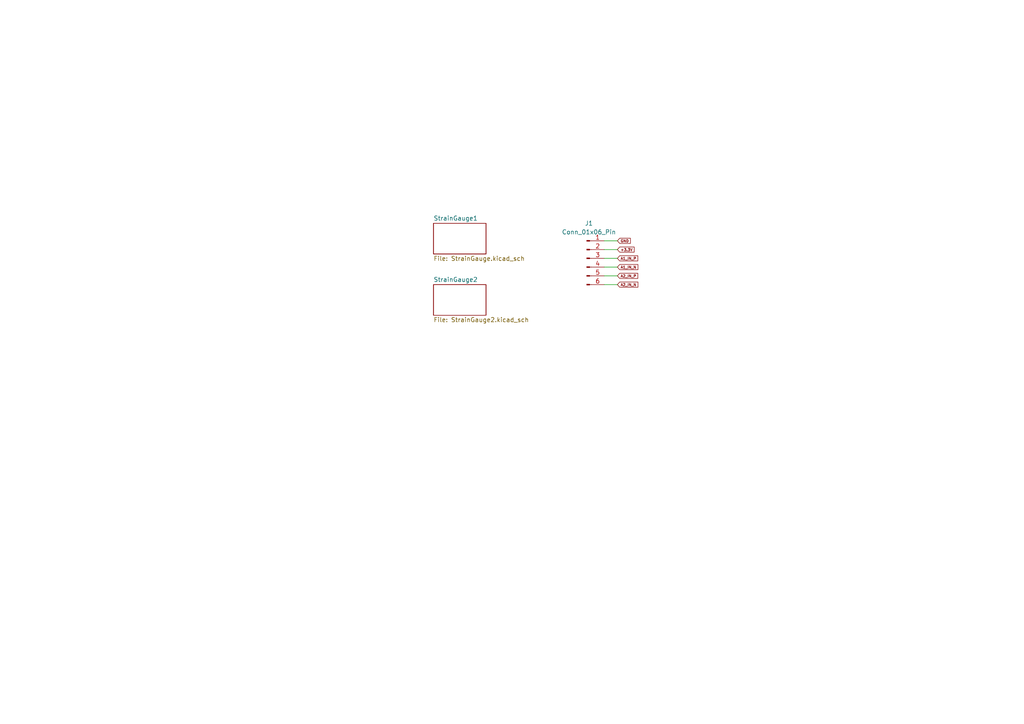
<source format=kicad_sch>
(kicad_sch (version 20250114) (generator "eeschema") (generator_version "9.0")
  (paper "A4")
  (lib_symbols
    (symbol "Connector:Conn_01x06_Pin" (pin_names (offset 1.016) (hide yes))
      (property "Reference" "J" (at 0 7.62 0))
      (property "Value" "Conn_01x06_Pin" (at 0 -10.16 0))
      (symbol "Conn_01x06_Pin_1_1"
        (rectangle (start 0.8636 5.207) (end 0 4.953) (stroke (width 0.1524)) (fill (type outline)))
        (rectangle (start 0.8636 2.667) (end 0 2.413) (stroke (width 0.1524)) (fill (type outline)))
        (rectangle (start 0.8636 0.127) (end 0 -0.127) (stroke (width 0.1524)) (fill (type outline)))
        (rectangle (start 0.8636 -2.413) (end 0 -2.667) (stroke (width 0.1524)) (fill (type outline)))
        (rectangle (start 0.8636 -4.953) (end 0 -5.207) (stroke (width 0.1524)) (fill (type outline)))
        (rectangle (start 0.8636 -7.493) (end 0 -7.747) (stroke (width 0.1524)) (fill (type outline)))
        (polyline (pts (xy 1.27 5.08) (xy 0.8636 5.08)) (stroke (width 0.1524)))
        (polyline (pts (xy 1.27 2.54) (xy 0.8636 2.54)) (stroke (width 0.1524)))
        (polyline (pts (xy 1.27 0) (xy 0.8636 0)) (stroke (width 0.1524)))
        (polyline (pts (xy 1.27 -2.54) (xy 0.8636 -2.54)) (stroke (width 0.1524)))
        (polyline (pts (xy 1.27 -5.08) (xy 0.8636 -5.08)) (stroke (width 0.1524)))
        (polyline (pts (xy 1.27 -7.62) (xy 0.8636 -7.62)) (stroke (width 0.1524)))
        (pin passive line (at 5.08 5.08 180) (length 3.81) (name "Pin_1") (number "1"))
        (pin passive line (at 5.08 2.54 180) (length 3.81) (name "Pin_2") (number "2"))
        (pin passive line (at 5.08 0 180) (length 3.81) (name "Pin_3") (number "3"))
        (pin passive line (at 5.08 -2.54 180) (length 3.81) (name "Pin_4") (number "4"))
        (pin passive line (at 5.08 -5.08 180) (length 3.81) (name "Pin_5") (number "5"))
        (pin passive line (at 5.08 -7.62 180) (length 3.81) (name "Pin_6") (number "6"))
      )
    )
  )
  (wire (pts (xy 175.26 72.39) (xy 179.07 72.39)))
  (wire (pts (xy 175.26 80.01) (xy 179.07 80.01)))
  (wire (pts (xy 175.26 77.47) (xy 179.07 77.47)))
  (wire (pts (xy 175.26 82.55) (xy 179.07 82.55)))
  (wire (pts (xy 175.26 69.85) (xy 179.07 69.85)))
  (wire (pts (xy 175.26 74.93) (xy 179.07 74.93)))
  (global_label "A2_IN_P" (shape input) (at 179.07 80.01 0) (effects (font (size 0.762 0.762))) (property "Intersheetrefs" "${INTERSHEET_REFS}" (effects (hide yes))))
  (global_label "+3.3V" (shape input) (at 179.07 72.39 0) (effects (font (size 0.762 0.762))) (property "Intersheetrefs" "${INTERSHEET_REFS}" (effects (hide yes))))
  (global_label "GND" (shape input) (at 179.07 69.85 0) (effects (font (size 0.762 0.762))) (property "Intersheetrefs" "${INTERSHEET_REFS}" (effects (hide yes))))
  (global_label "A1_IN_P" (shape input) (at 179.07 74.93 0) (effects (font (size 0.762 0.762))) (property "Intersheetrefs" "${INTERSHEET_REFS}" (effects (hide yes))))
  (global_label "A2_IN_N" (shape input) (at 179.07 82.55 0) (effects (font (size 0.762 0.762))) (property "Intersheetrefs" "${INTERSHEET_REFS}" (effects (hide yes))))
  (global_label "A1_IN_N" (shape input) (at 179.07 77.47 0) (effects (font (size 0.762 0.762))) (property "Intersheetrefs" "${INTERSHEET_REFS}" (effects (hide yes))))
  (symbol (lib_id "Connector:Conn_01x06_Pin") (at 170.18 74.93 0) (unit 1)
    (property "Reference" "J1" (at 170.815 64.77 0))
    (property "Value" "Conn_01x06_Pin" (at 170.815 67.31 0))
    (property "Footprint" "Connector_PinHeader_2.54mm:PinHeader_1x06_P2.54mm_Vertical" (effects (hide yes)))
    (property "Description" "Generic connector, single row, 01x06, script generated" (effects (hide yes)))
  )
  (sheet (at 125.73 64.77) (size 15.24 8.89) (stroke (width 0.1524))
    (property "Sheetname" "StrainGauge1" (at 125.73 64.0584 0) (effects (justify left bottom)))
    (property "Sheetfile" "StrainGauge.kicad_sch" (at 125.73 74.2446 0) (effects (justify left top)))
  )
  (sheet (at 125.73 82.55) (size 15.24 8.89) (stroke (width 0.1524))
    (property "Sheetname" "StrainGauge2" (at 125.73 81.8384 0) (effects (justify left bottom)))
    (property "Sheetfile" "StrainGauge2.kicad_sch" (at 125.73 92.0246 0) (effects (justify left top)))
  )
)
</source>
